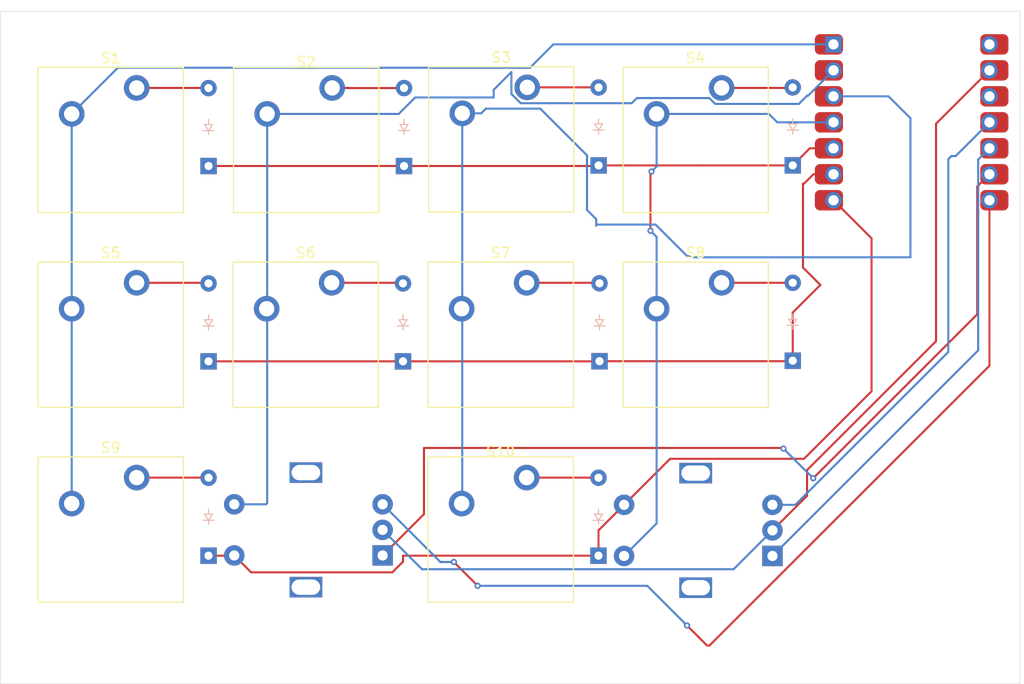
<source format=kicad_pcb>
(kicad_pcb (version 20240108) (generator "pcbnew") (generator_version "8.0")
  (layers (0 "F.Cu" signal) (31 "B.Cu" signal) (34 "B.Paste" user) (35 "F.Paste" user) (36 "B.SilkS" user "B.Silkscreen") (37 "F.SilkS" user "F.Silkscreen") (38 "B.Mask" user) (39 "F.Mask" user) (44 "Edge.Cuts" user))
  (net 0 "")
  (net 1 "row 0")
  (net 2 "Net-(D1-A)")
  (net 3 "Net-(D2-A)")
  (net 4 "Net-(D3-A)")
  (net 5 "Net-(D4-A)")
  (net 6 "row 1")
  (net 7 "Net-(D5-A)")
  (net 8 "Net-(D6-A)")
  (net 9 "Net-(D7-A)")
  (net 10 "row 2")
  (net 11 "Net-(D9-A)")
  (net 12 "column 0")
  (net 13 "column 2")
  (net 14 "column 1")
  (net 17 "Net-(D10-A)")
  (net 18 "Net-(D11-A)")
  (net 19 "column 3")
  (net 20 "GND")
  (net 21 "Rotary 2")
  (net 22 "Rotary 1")
  (net 23 "Rotary 4")
  (net 24 "Rotary 3")
  (footprint "ScottoKeebs_MX:MX_PCB_1.00u" (layer "F.Cu") (at 111.76 114.6175)
    (property "Reference" "S9" (at 0 -8 0) (layer "F.SilkS"))
    (property "Value" "Keyswitch")
    (fp_line (start -7.1 -7.1) (end -7.1 7.1) (stroke (width 0.12)) (layer "F.SilkS"))
    (fp_line (start -7.1 7.1) (end 7.1 7.1) (stroke (width 0.12)) (layer "F.SilkS"))
    (fp_line (start 7.1 -7.1) (end -7.1 -7.1) (stroke (width 0.12)) (layer "F.SilkS"))
    (fp_line (start 7.1 7.1) (end 7.1 -7.1) (stroke (width 0.12)) (layer "F.SilkS"))
    (pad "" np_thru_hole circle (at -5.08 0) (size 1.75 1.75) (drill 1.75) (layers "*.Cu" "*.Mask"))
    (pad "" np_thru_hole circle (at 0 0) (size 4 4) (drill 4) (layers "*.Cu" "*.Mask"))
    (pad "" np_thru_hole circle (at 5.08 0) (size 1.75 1.75) (drill 1.75) (layers "*.Cu" "*.Mask"))
    (pad "1" thru_hole circle (at -3.81 -2.54) (size 2.5 2.5) (drill 1.5) (layers "*.Cu" "*.Mask") (net 12 "column 0"))
    (pad "2" thru_hole circle (at 2.54 -5.08) (size 2.5 2.5) (drill 1.5) (layers "*.Cu" "*.Mask") (net 9 "Net-(D7-A)"))
  )
  (footprint "ScottoKeebs_Scotto:Encoder_EC11_MX" (layer "F.Cu") (at 130.83 114.65 180)
    (property "Reference" "SW2" (hide yes))
    (property "Value" "RotaryEncoder_Switch" (hide yes))
    (pad "A" thru_hole rect (at -7.5 -2.5 180) (size 2 2) (drill 1) (layers "*.Cu" "*.Mask") (net 24 "Rotary 3"))
    (pad "B" thru_hole circle (at -7.5 2.5 180) (size 2 2) (drill 1) (layers "*.Cu" "*.Mask") (net 23 "Rotary 4"))
    (pad "C" thru_hole circle (at -7.5 0 180) (size 2 2) (drill 1) (layers "*.Cu" "*.Mask") (net 20 "GND"))
    (pad "MP" thru_hole rect (at 0 -5.6 180) (size 3.2 2) (drill oval 2.8 1.5) (layers "*.Cu" "*.Mask"))
    (pad "MP" thru_hole rect (at 0 5.6 180) (size 3.2 2) (drill oval 2.8 1.5) (layers "*.Cu" "*.Mask"))
    (pad "S1" thru_hole circle (at 7 2.5 180) (size 2 2) (drill 1) (layers "*.Cu" "*.Mask") (net 14 "column 1"))
    (pad "S2" thru_hole circle (at 7 -2.5 180) (size 2 2) (drill 1) (layers "*.Cu" "*.Mask") (net 10 "row 2"))
  )
  (footprint "ScottoKeebs_Scotto:Encoder_EC11_MX" (layer "F.Cu") (at 168.92 114.7 180)
    (property "Reference" "SW1" (hide yes))
    (property "Value" "RotaryEncoder_Switch" (hide yes))
    (pad "A" thru_hole rect (at -7.5 -2.5 180) (size 2 2) (drill 1) (layers "*.Cu" "*.Mask") (net 21 "Rotary 2"))
    (pad "B" thru_hole circle (at -7.5 2.5 180) (size 2 2) (drill 1) (layers "*.Cu" "*.Mask") (net 22 "Rotary 1"))
    (pad "C" thru_hole circle (at -7.5 0 180) (size 2 2) (drill 1) (layers "*.Cu" "*.Mask") (net 20 "GND"))
    (pad "MP" thru_hole rect (at 0 -5.6 180) (size 3.2 2) (drill oval 2.8 1.5) (layers "*.Cu" "*.Mask"))
    (pad "MP" thru_hole rect (at 0 5.6 180) (size 3.2 2) (drill oval 2.8 1.5) (layers "*.Cu" "*.Mask"))
    (pad "S1" thru_hole circle (at 7 2.5 180) (size 2 2) (drill 1) (layers "*.Cu" "*.Mask") (net 10 "row 2"))
    (pad "S2" thru_hole circle (at 7 -2.5 180) (size 2 2) (drill 1) (layers "*.Cu" "*.Mask") (net 19 "column 3"))
  )
  (footprint "ScottoKeebs_MX:MX_PCB_1.00u" (layer "F.Cu") (at 130.86 76.5175)
    (property "Reference" "S2" (at 0 -7.62 0) (layer "F.SilkS"))
    (property "Value" "Keyswitch")
    (fp_line (start -7.1 -7.1) (end -7.1 7.1) (stroke (width 0.12)) (layer "F.SilkS"))
    (fp_line (start -7.1 7.1) (end 7.1 7.1) (stroke (width 0.12)) (layer "F.SilkS"))
    (fp_line (start 7.1 -7.1) (end -7.1 -7.1) (stroke (width 0.12)) (layer "F.SilkS"))
    (fp_line (start 7.1 7.1) (end 7.1 -7.1) (stroke (width 0.12)) (layer "F.SilkS"))
    (pad "" np_thru_hole circle (at -5.08 0) (size 1.75 1.75) (drill 1.75) (layers "*.Cu" "*.Mask"))
    (pad "" np_thru_hole circle (at 0 0) (size 4 4) (drill 4) (layers "*.Cu" "*.Mask"))
    (pad "" np_thru_hole circle (at 5.08 0) (size 1.75 1.75) (drill 1.75) (layers "*.Cu" "*.Mask"))
    (pad "1" thru_hole circle (at -3.81 -2.54) (size 2.5 2.5) (drill 1.5) (layers "*.Cu" "*.Mask") (net 14 "column 1"))
    (pad "2" thru_hole circle (at 2.54 -5.08) (size 2.5 2.5) (drill 1.5) (layers "*.Cu" "*.Mask") (net 4 "Net-(D3-A)"))
  )
  (footprint "ScottoKeebs_MX:MX_PCB_1.00u" (layer "F.Cu") (at 130.81 95.5675)
    (property "Reference" "S6" (at 0 -8 0) (layer "F.SilkS"))
    (property "Value" "Keyswitch")
    (fp_line (start -7.1 -7.1) (end -7.1 7.1) (stroke (width 0.12)) (layer "F.SilkS"))
    (fp_line (start -7.1 7.1) (end 7.1 7.1) (stroke (width 0.12)) (layer "F.SilkS"))
    (fp_line (start 7.1 -7.1) (end -7.1 -7.1) (stroke (width 0.12)) (layer "F.SilkS"))
    (fp_line (start 7.1 7.1) (end 7.1 -7.1) (stroke (width 0.12)) (layer "F.SilkS"))
    (pad "" np_thru_hole circle (at -5.08 0) (size 1.75 1.75) (drill 1.75) (layers "*.Cu" "*.Mask"))
    (pad "" np_thru_hole circle (at 0 0) (size 4 4) (drill 4) (layers "*.Cu" "*.Mask"))
    (pad "" np_thru_hole circle (at 5.08 0) (size 1.75 1.75) (drill 1.75) (layers "*.Cu" "*.Mask"))
    (pad "1" thru_hole circle (at -3.81 -2.54) (size 2.5 2.5) (drill 1.5) (layers "*.Cu" "*.Mask") (net 14 "column 1"))
    (pad "2" thru_hole circle (at 2.54 -5.08) (size 2.5 2.5) (drill 1.5) (layers "*.Cu" "*.Mask") (net 7 "Net-(D5-A)"))
  )
  (footprint "ScottoKeebs_MX:MX_PCB_1.00u" (layer "F.Cu") (at 149.86 95.5675)
    (property "Reference" "S7" (at 0 -8 0) (layer "F.SilkS"))
    (property "Value" "Keyswitch")
    (fp_line (start -7.1 -7.1) (end -7.1 7.1) (stroke (width 0.12)) (layer "F.SilkS"))
    (fp_line (start -7.1 7.1) (end 7.1 7.1) (stroke (width 0.12)) (layer "F.SilkS"))
    (fp_line (start 7.1 -7.1) (end -7.1 -7.1) (stroke (width 0.12)) (layer "F.SilkS"))
    (fp_line (start 7.1 7.1) (end 7.1 -7.1) (stroke (width 0.12)) (layer "F.SilkS"))
    (pad "" np_thru_hole circle (at -5.08 0) (size 1.75 1.75) (drill 1.75) (layers "*.Cu" "*.Mask"))
    (pad "" np_thru_hole circle (at 0 0) (size 4 4) (drill 4) (layers "*.Cu" "*.Mask"))
    (pad "" np_thru_hole circle (at 5.08 0) (size 1.75 1.75) (drill 1.75) (layers "*.Cu" "*.Mask"))
    (pad "1" thru_hole circle (at -3.81 -2.54) (size 2.5 2.5) (drill 1.5) (layers "*.Cu" "*.Mask") (net 13 "column 2"))
    (pad "2" thru_hole circle (at 2.54 -5.08) (size 2.5 2.5) (drill 1.5) (layers "*.Cu" "*.Mask") (net 8 "Net-(D6-A)"))
  )
  (footprint "ScottoKeebs_MX:MX_PCB_1.00u" (layer "F.Cu") (at 168.91 95.5675)
    (property "Reference" "S8" (at 0 -8 0) (layer "F.SilkS"))
    (property "Value" "Keyswitch")
    (fp_line (start -7.1 -7.1) (end -7.1 7.1) (stroke (width 0.12)) (layer "F.SilkS"))
    (fp_line (start -7.1 7.1) (end 7.1 7.1) (stroke (width 0.12)) (layer "F.SilkS"))
    (fp_line (start 7.1 -7.1) (end -7.1 -7.1) (stroke (width 0.12)) (layer "F.SilkS"))
    (fp_line (start 7.1 7.1) (end 7.1 -7.1) (stroke (width 0.12)) (layer "F.SilkS"))
    (pad "" np_thru_hole circle (at -5.08 0) (size 1.75 1.75) (drill 1.75) (layers "*.Cu" "*.Mask"))
    (pad "" np_thru_hole circle (at 0 0) (size 4 4) (drill 4) (layers "*.Cu" "*.Mask"))
    (pad "" np_thru_hole circle (at 5.08 0) (size 1.75 1.75) (drill 1.75) (layers "*.Cu" "*.Mask"))
    (pad "1" thru_hole circle (at -3.81 -2.54) (size 2.5 2.5) (drill 1.5) (layers "*.Cu" "*.Mask") (net 19 "column 3"))
    (pad "2" thru_hole circle (at 2.54 -5.08) (size 2.5 2.5) (drill 1.5) (layers "*.Cu" "*.Mask") (net 18 "Net-(D11-A)"))
  )
  (footprint "ScottoKeebs_MCU:Seeed_XIAO_RP2040" (layer "F.Cu") (at 190 74.8)
    (property "Reference" "U2" (hide yes))
    (property "Value" "MOUDLE-SEEEDUINO-XIAO")
    (pad "1" smd roundrect (at -8.065 -7.62) (size 2.75 2) (layers "F.Cu" "F.Paste" "F.Mask") (net 12 "column 0"))
    (pad "1" thru_hole rect (at -7.62 -7.62 90) (size 1.6 1.6) (drill 1) (layers "*.Cu" "*.Mask") (net 12 "column 0"))
    (pad "2" smd roundrect (at -8.065 -5.08) (size 2.75 2) (layers "F.Cu" "F.Paste" "F.Mask") (net 14 "column 1"))
    (pad "2" thru_hole circle (at -7.62 -5.08 90) (size 1.6 1.6) (drill 1) (layers "*.Cu" "*.Mask") (net 14 "column 1"))
    (pad "3" smd roundrect (at -8.065 -2.54) (size 2.75 2) (layers "F.Cu" "F.Paste" "F.Mask") (net 13 "column 2"))
    (pad "3" thru_hole circle (at -7.62 -2.54 90) (size 1.6 1.6) (drill 1) (layers "*.Cu" "*.Mask") (net 13 "column 2"))
    (pad "4" smd roundrect (at -8.065 0) (size 2.75 2) (layers "F.Cu" "F.Paste" "F.Mask") (net 19 "column 3"))
    (pad "4" thru_hole circle (at -7.62 0 90) (size 1.6 1.6) (drill 1) (layers "*.Cu" "*.Mask") (net 19 "column 3"))
    (pad "5" smd roundrect (at -8.065 2.54) (size 2.75 2) (layers "F.Cu" "F.Paste" "F.Mask") (net 1 "row 0"))
    (pad "5" thru_hole circle (at -7.62 2.54 90) (size 1.6 1.6) (drill 1) (layers "*.Cu" "*.Mask") (net 1 "row 0"))
    (pad "6" smd roundrect (at -8.065 5.08) (size 2.75 2) (layers "F.Cu" "F.Paste" "F.Mask") (net 6 "row 1"))
    (pad "6" thru_hole circle (at -7.62 5.08 90) (size 1.6 1.6) (drill 1) (layers "*.Cu" "*.Mask") (net 6 "row 1"))
    (pad "7" smd roundrect (at -8.065 7.62) (size 2.75 2) (layers "F.Cu" "F.Paste" "F.Mask") (net 10 "row 2"))
    (pad "7" thru_hole circle (at -7.62 7.62 90) (size 1.6 1.6) (drill 1) (layers "*.Cu" "*.Mask") (net 10 "row 2"))
    (pad "8" thru_hole circle (at 7.62 7.62 90) (size 1.6 1.6) (drill 1) (layers "*.Cu" "*.Mask") (net 23 "Rotary 4"))
    (pad "8" smd roundrect (at 8.1 7.62) (size 2.75 2) (layers "F.Cu" "F.Paste" "F.Mask") (net 23 "Rotary 4"))
    (pad "9" thru_hole circle (at 7.62 5.08 90) (size 1.6 1.6) (drill 1) (layers "*.Cu" "*.Mask") (net 24 "Rotary 3"))
    (pad "9" smd roundrect (at 8.1 5.08) (size 2.75 2) (layers "F.Cu" "F.Paste" "F.Mask") (net 24 "Rotary 3"))
    (pad "10" thru_hole circle (at 7.62 2.54 90) (size 1.6 1.6) (drill 1) (layers "*.Cu" "*.Mask") (net 21 "Rotary 2"))
    (pad "10" smd roundrect (at 8.1 2.54) (size 2.75 2) (layers "F.Cu" "F.Paste" "F.Mask") (net 21 "Rotary 2"))
    (pad "11" thru_hole circle (at 7.62 0 90) (size 1.6 1.6) (drill 1) (layers "*.Cu" "*.Mask") (net 22 "Rotary 1"))
    (pad "11" smd roundrect (at 8.1 0) (size 2.75 2) (layers "F.Cu" "F.Paste" "F.Mask") (net 22 "Rotary 1"))
    (pad "12" thru_hole circle (at 7.62 -2.54 90) (size 1.6 1.6) (drill 1) (layers "*.Cu" "*.Mask"))
    (pad "12" smd roundrect (at 8.1 -2.54) (size 2.75 2) (layers "F.Cu" "F.Paste" "F.Mask"))
    (pad "13" thru_hole circle (at 7.62 -5.08 90) (size 1.6 1.6) (drill 1) (layers "*.Cu" "*.Mask") (net 20 "GND"))
    (pad "13" smd roundrect (at 8.1 -5.08) (size 2.75 2) (layers "F.Cu" "F.Paste" "F.Mask") (net 20 "GND"))
    (pad "14" thru_hole circle (at 7.62 -7.62 90) (size 1.6 1.6) (drill 1) (layers "*.Cu" "*.Mask"))
    (pad "14" smd roundrect (at 8.1 -7.62) (size 2.75 2) (layers "F.Cu" "F.Paste" "F.Mask"))
  )
  (footprint "ScottoKeebs_MX:MX_PCB_1.00u" (layer "F.Cu") (at 149.92125 76.46125)
    (property "Reference" "S3" (at 0 -8 0) (layer "F.SilkS"))
    (property "Value" "Keyswitch")
    (fp_line (start -7.1 -7.1) (end -7.1 7.1) (stroke (width 0.12)) (layer "F.SilkS"))
    (fp_line (start -7.1 7.1) (end 7.1 7.1) (stroke (width 0.12)) (layer "F.SilkS"))
    (fp_line (start 7.1 -7.1) (end -7.1 -7.1) (stroke (width 0.12)) (layer "F.SilkS"))
    (fp_line (start 7.1 7.1) (end 7.1 -7.1) (stroke (width 0.12)) (layer "F.SilkS"))
    (pad "" np_thru_hole circle (at -5.08 0) (size 1.75 1.75) (drill 1.75) (layers "*.Cu" "*.Mask"))
    (pad "" np_thru_hole circle (at 0 0) (size 4 4) (drill 4) (layers "*.Cu" "*.Mask"))
    (pad "" np_thru_hole circle (at 5.08 0) (size 1.75 1.75) (drill 1.75) (layers "*.Cu" "*.Mask"))
    (pad "1" thru_hole circle (at -3.81 -2.54) (size 2.5 2.5) (drill 1.5) (layers "*.Cu" "*.Mask") (net 13 "column 2"))
    (pad "2" thru_hole circle (at 2.54 -5.08) (size 2.5 2.5) (drill 1.5) (layers "*.Cu" "*.Mask") (net 3 "Net-(D2-A)"))
  )
  (footprint "ScottoKeebs_MX:MX_PCB_1.00u" (layer "F.Cu") (at 111.76 95.5675)
    (property "Reference" "S5" (at 0 -8 0) (layer "F.SilkS"))
    (property "Value" "Keyswitch")
    (fp_line (start -7.1 -7.1) (end -7.1 7.1) (stroke (width 0.12)) (layer "F.SilkS"))
    (fp_line (start -7.1 7.1) (end 7.1 7.1) (stroke (width 0.12)) (layer "F.SilkS"))
    (fp_line (start 7.1 -7.1) (end -7.1 -7.1) (stroke (width 0.12)) (layer "F.SilkS"))
    (fp_line (start 7.1 7.1) (end 7.1 -7.1) (stroke (width 0.12)) (layer "F.SilkS"))
    (pad "" np_thru_hole circle (at -5.08 0) (size 1.75 1.75) (drill 1.75) (layers "*.Cu" "*.Mask"))
    (pad "" np_thru_hole circle (at 0 0) (size 4 4) (drill 4) (layers "*.Cu" "*.Mask"))
    (pad "" np_thru_hole circle (at 5.08 0) (size 1.75 1.75) (drill 1.75) (layers "*.Cu" "*.Mask"))
    (pad "1" thru_hole circle (at -3.81 -2.54) (size 2.5 2.5) (drill 1.5) (layers "*.Cu" "*.Mask") (net 12 "column 0"))
    (pad "2" thru_hole circle (at 2.54 -5.08) (size 2.5 2.5) (drill 1.5) (layers "*.Cu" "*.Mask") (net 5 "Net-(D4-A)"))
  )
  (footprint "ScottoKeebs_MX:MX_PCB_1.00u" (layer "F.Cu") (at 168.91 76.5175)
    (property "Reference" "S4" (at 0 -8 0) (layer "F.SilkS"))
    (property "Value" "Keyswitch")
    (fp_line (start -7.1 -7.1) (end -7.1 7.1) (stroke (width 0.12)) (layer "F.SilkS"))
    (fp_line (start -7.1 7.1) (end 7.1 7.1) (stroke (width 0.12)) (layer "F.SilkS"))
    (fp_line (start 7.1 -7.1) (end -7.1 -7.1) (stroke (width 0.12)) (layer "F.SilkS"))
    (fp_line (start 7.1 7.1) (end 7.1 -7.1) (stroke (width 0.12)) (layer "F.SilkS"))
    (pad "" np_thru_hole circle (at -5.08 0) (size 1.75 1.75) (drill 1.75) (layers "*.Cu" "*.Mask"))
    (pad "" np_thru_hole circle (at 0 0) (size 4 4) (drill 4) (layers "*.Cu" "*.Mask"))
    (pad "" np_thru_hole circle (at 5.08 0) (size 1.75 1.75) (drill 1.75) (layers "*.Cu" "*.Mask"))
    (pad "1" thru_hole circle (at -3.81 -2.54) (size 2.5 2.5) (drill 1.5) (layers "*.Cu" "*.Mask") (net 19 "column 3"))
    (pad "2" thru_hole circle (at 2.54 -5.08) (size 2.5 2.5) (drill 1.5) (layers "*.Cu" "*.Mask") (net 17 "Net-(D10-A)"))
  )
  (footprint "ScottoKeebs_MX:MX_PCB_1.00u" (layer "F.Cu") (at 111.76 76.5175)
    (property "Reference" "S1" (at 0 -8 0) (layer "F.SilkS"))
    (property "Value" "Keyswitch")
    (fp_line (start -7.1 -7.1) (end -7.1 7.1) (stroke (width 0.12)) (layer "F.SilkS"))
    (fp_line (start -7.1 7.1) (end 7.1 7.1) (stroke (width 0.12)) (layer "F.SilkS"))
    (fp_line (start 7.1 -7.1) (end -7.1 -7.1) (stroke (width 0.12)) (layer "F.SilkS"))
    (fp_line (start 7.1 7.1) (end 7.1 -7.1) (stroke (width 0.12)) (layer "F.SilkS"))
    (pad "" np_thru_hole circle (at -5.08 0) (size 1.75 1.75) (drill 1.75) (layers "*.Cu" "*.Mask"))
    (pad "" np_thru_hole circle (at 0 0) (size 4 4) (drill 4) (layers "*.Cu" "*.Mask"))
    (pad "" np_thru_hole circle (at 5.08 0) (size 1.75 1.75) (drill 1.75) (layers "*.Cu" "*.Mask"))
    (pad "1" thru_hole circle (at -3.81 -2.54) (size 2.5 2.5) (drill 1.5) (layers "*.Cu" "*.Mask") (net 12 "column 0"))
    (pad "2" thru_hole circle (at 2.54 -5.08) (size 2.5 2.5) (drill 1.5) (layers "*.Cu" "*.Mask") (net 2 "Net-(D1-A)"))
  )
  (footprint "ScottoKeebs_MX:MX_PCB_1.00u" (layer "F.Cu") (at 149.86 114.6175)
    (property "Reference" "S10" (at 0 -7.62 0) (layer "F.SilkS"))
    (property "Value" "Keyswitch")
    (fp_line (start -7.1 -7.1) (end -7.1 7.1) (stroke (width 0.12)) (layer "F.SilkS"))
    (fp_line (start -7.1 7.1) (end 7.1 7.1) (stroke (width 0.12)) (layer "F.SilkS"))
    (fp_line (start 7.1 -7.1) (end -7.1 -7.1) (stroke (width 0.12)) (layer "F.SilkS"))
    (fp_line (start 7.1 7.1) (end 7.1 -7.1) (stroke (width 0.12)) (layer "F.SilkS"))
    (pad "" np_thru_hole circle (at -5.08 0) (size 1.75 1.75) (drill 1.75) (layers "*.Cu" "*.Mask"))
    (pad "" np_thru_hole circle (at 0 0) (size 4 4) (drill 4) (layers "*.Cu" "*.Mask"))
    (pad "" np_thru_hole circle (at 5.08 0) (size 1.75 1.75) (drill 1.75) (layers "*.Cu" "*.Mask"))
    (pad "1" thru_hole circle (at -3.81 -2.54) (size 2.5 2.5) (drill 1.5) (layers "*.Cu" "*.Mask") (net 13 "column 2"))
    (pad "2" thru_hole circle (at 2.54 -5.08) (size 2.5 2.5) (drill 1.5) (layers "*.Cu" "*.Mask") (net 11 "Net-(D9-A)"))
  )
  (footprint "ScottoKeebs_Components:Diode_DO-35" (layer "B.Cu") (at 121.32125 98.17125 90)
    (property "Reference" "D4" (hide yes))
    (property "Value" "Diode" (hide yes))
    (fp_line (start 3.46 -0.55) (end 3.46 0.55) (stroke (width 0.1)) (layer "B.SilkS"))
    (fp_line (start 4.06 -0.4) (end 4.06 0.4) (stroke (width 0.1)) (layer "B.SilkS"))
    (fp_line (start 4.56 0) (end 4.06 0) (stroke (width 0.1)) (layer "B.SilkS"))
    (fp_line (start 3.46 0) (end 4.06 -0.4) (stroke (width 0.1)) (layer "B.SilkS"))
    (fp_line (start 3.46 0) (end 3.06 0) (stroke (width 0.1)) (layer "B.SilkS"))
    (fp_line (start 4.06 0.4) (end 3.46 0) (stroke (width 0.1)) (layer "B.SilkS"))
    (pad "1" thru_hole rect (at 0 0 90) (size 1.6 1.6) (drill 0.8) (layers "*.Cu" "*.Mask") (net 6 "row 1"))
    (pad "2" thru_hole oval (at 7.62 0 90) (size 1.6 1.6) (drill 0.8) (layers "*.Cu" "*.Mask") (net 5 "Net-(D4-A)"))
  )
  (footprint "ScottoKeebs_Components:Diode_DO-35" (layer "B.Cu") (at 178.4 79.01 90)
    (property "Reference" "D10" (hide yes))
    (property "Value" "Diode" (hide yes))
    (fp_line (start 3.46 -0.55) (end 3.46 0.55) (stroke (width 0.1)) (layer "B.SilkS"))
    (fp_line (start 4.06 -0.4) (end 4.06 0.4) (stroke (width 0.1)) (layer "B.SilkS"))
    (fp_line (start 4.56 0) (end 4.06 0) (stroke (width 0.1)) (layer "B.SilkS"))
    (fp_line (start 3.46 0) (end 4.06 -0.4) (stroke (width 0.1)) (layer "B.SilkS"))
    (fp_line (start 3.46 0) (end 3.06 0) (stroke (width 0.1)) (layer "B.SilkS"))
    (fp_line (start 4.06 0.4) (end 3.46 0) (stroke (width 0.1)) (layer "B.SilkS"))
    (pad "1" thru_hole rect (at 0 0 90) (size 1.6 1.6) (drill 0.8) (layers "*.Cu" "*.Mask") (net 1 "row 0"))
    (pad "2" thru_hole oval (at 7.62 0 90) (size 1.6 1.6) (drill 0.8) (layers "*.Cu" "*.Mask") (net 17 "Net-(D10-A)"))
  )
  (footprint "ScottoKeebs_Components:Diode_DO-35" (layer "B.Cu") (at 121.32125 79.07125 90)
    (property "Reference" "D1" (hide yes))
    (property "Value" "Diode" (hide yes))
    (fp_line (start 3.46 -0.55) (end 3.46 0.55) (stroke (width 0.1)) (layer "B.SilkS"))
    (fp_line (start 4.06 -0.4) (end 4.06 0.4) (stroke (width 0.1)) (layer "B.SilkS"))
    (fp_line (start 4.56 0) (end 4.06 0) (stroke (width 0.1)) (layer "B.SilkS"))
    (fp_line (start 3.46 0) (end 4.06 -0.4) (stroke (width 0.1)) (layer "B.SilkS"))
    (fp_line (start 3.46 0) (end 3.06 0) (stroke (width 0.1)) (layer "B.SilkS"))
    (fp_line (start 4.06 0.4) (end 3.46 0) (stroke (width 0.1)) (layer "B.SilkS"))
    (pad "1" thru_hole rect (at 0 0 90) (size 1.6 1.6) (drill 0.8) (layers "*.Cu" "*.Mask") (net 1 "row 0"))
    (pad "2" thru_hole oval (at 7.62 0 90) (size 1.6 1.6) (drill 0.8) (layers "*.Cu" "*.Mask") (net 2 "Net-(D1-A)"))
  )
  (footprint "ScottoKeebs_Components:Diode_DO-35" (layer "B.Cu") (at 178.4 98.11 90)
    (property "Reference" "D11" (hide yes))
    (property "Value" "Diode" (hide yes))
    (fp_line (start 3.46 -0.55) (end 3.46 0.55) (stroke (width 0.1)) (layer "B.SilkS"))
    (fp_line (start 4.06 -0.4) (end 4.06 0.4) (stroke (width 0.1)) (layer "B.SilkS"))
    (fp_line (start 4.56 0) (end 4.06 0) (stroke (width 0.1)) (layer "B.SilkS"))
    (fp_line (start 3.46 0) (end 4.06 -0.4) (stroke (width 0.1)) (layer "B.SilkS"))
    (fp_line (start 3.46 0) (end 3.06 0) (stroke (width 0.1)) (layer "B.SilkS"))
    (fp_line (start 4.06 0.4) (end 3.46 0) (stroke (width 0.1)) (layer "B.SilkS"))
    (pad "1" thru_hole rect (at 0 0 90) (size 1.6 1.6) (drill 0.8) (layers "*.Cu" "*.Mask") (net 6 "row 1"))
    (pad "2" thru_hole oval (at 7.62 0 90) (size 1.6 1.6) (drill 0.8) (layers "*.Cu" "*.Mask") (net 18 "Net-(D11-A)"))
  )
  (footprint "ScottoKeebs_Components:Diode_DO-35" (layer "B.Cu") (at 159.4325 79.015 90)
    (property "Reference" "D2" (hide yes))
    (property "Value" "Diode" (hide yes))
    (fp_line (start 3.46 -0.55) (end 3.46 0.55) (stroke (width 0.1)) (layer "B.SilkS"))
    (fp_line (start 4.06 -0.4) (end 4.06 0.4) (stroke (width 0.1)) (layer "B.SilkS"))
    (fp_line (start 4.56 0) (end 4.06 0) (stroke (width 0.1)) (layer "B.SilkS"))
    (fp_line (start 3.46 0) (end 4.06 -0.4) (stroke (width 0.1)) (layer "B.SilkS"))
    (fp_line (start 3.46 0) (end 3.06 0) (stroke (width 0.1)) (layer "B.SilkS"))
    (fp_line (start 4.06 0.4) (end 3.46 0) (stroke (width 0.1)) (layer "B.SilkS"))
    (pad "1" thru_hole rect (at 0 0 90) (size 1.6 1.6) (drill 0.8) (layers "*.Cu" "*.Mask") (net 1 "row 0"))
    (pad "2" thru_hole oval (at 7.62 0 90) (size 1.6 1.6) (drill 0.8) (layers "*.Cu" "*.Mask") (net 3 "Net-(D2-A)"))
  )
  (footprint "ScottoKeebs_Components:Diode_DO-35" (layer "B.Cu") (at 159.52125 98.16125 90)
    (property "Reference" "D6" (hide yes))
    (property "Value" "Diode" (hide yes))
    (fp_line (start 3.46 -0.55) (end 3.46 0.55) (stroke (width 0.1)) (layer "B.SilkS"))
    (fp_line (start 4.06 -0.4) (end 4.06 0.4) (stroke (width 0.1)) (layer "B.SilkS"))
    (fp_line (start 4.56 0) (end 4.06 0) (stroke (width 0.1)) (layer "B.SilkS"))
    (fp_line (start 3.46 0) (end 4.06 -0.4) (stroke (width 0.1)) (layer "B.SilkS"))
    (fp_line (start 3.46 0) (end 3.06 0) (stroke (width 0.1)) (layer "B.SilkS"))
    (fp_line (start 4.06 0.4) (end 3.46 0) (stroke (width 0.1)) (layer "B.SilkS"))
    (pad "1" thru_hole rect (at 0 0 90) (size 1.6 1.6) (drill 0.8) (layers "*.Cu" "*.Mask") (net 6 "row 1"))
    (pad "2" thru_hole oval (at 7.62 0 90) (size 1.6 1.6) (drill 0.8) (layers "*.Cu" "*.Mask") (net 8 "Net-(D6-A)"))
  )
  (footprint "ScottoKeebs_Components:Diode_DO-35" (layer "B.Cu") (at 121.32125 117.17125 90)
    (property "Reference" "D7" (hide yes))
    (property "Value" "Diode" (hide yes))
    (fp_line (start 3.46 -0.55) (end 3.46 0.55) (stroke (width 0.1)) (layer "B.SilkS"))
    (fp_line (start 4.06 -0.4) (end 4.06 0.4) (stroke (width 0.1)) (layer "B.SilkS"))
    (fp_line (start 4.56 0) (end 4.06 0) (stroke (width 0.1)) (layer "B.SilkS"))
    (fp_line (start 3.46 0) (end 4.06 -0.4) (stroke (width 0.1)) (layer "B.SilkS"))
    (fp_line (start 3.46 0) (end 3.06 0) (stroke (width 0.1)) (layer "B.SilkS"))
    (fp_line (start 4.06 0.4) (end 3.46 0) (stroke (width 0.1)) (layer "B.SilkS"))
    (pad "1" thru_hole rect (at 0 0 90) (size 1.6 1.6) (drill 0.8) (layers "*.Cu" "*.Mask") (net 10 "row 2"))
    (pad "2" thru_hole oval (at 7.62 0 90) (size 1.6 1.6) (drill 0.8) (layers "*.Cu" "*.Mask") (net 9 "Net-(D7-A)"))
  )
  (footprint "ScottoKeebs_Components:Diode_DO-35" (layer "B.Cu") (at 140.42125 79.07125 90)
    (property "Reference" "D3" (hide yes))
    (property "Value" "Diode" (hide yes))
    (fp_line (start 3.46 -0.55) (end 3.46 0.55) (stroke (width 0.1)) (layer "B.SilkS"))
    (fp_line (start 4.06 -0.4) (end 4.06 0.4) (stroke (width 0.1)) (layer "B.SilkS"))
    (fp_line (start 4.56 0) (end 4.06 0) (stroke (width 0.1)) (layer "B.SilkS"))
    (fp_line (start 3.46 0) (end 4.06 -0.4) (stroke (width 0.1)) (layer "B.SilkS"))
    (fp_line (start 3.46 0) (end 3.06 0) (stroke (width 0.1)) (layer "B.SilkS"))
    (fp_line (start 4.06 0.4) (end 3.46 0) (stroke (width 0.1)) (layer "B.SilkS"))
    (pad "1" thru_hole rect (at 0 0 90) (size 1.6 1.6) (drill 0.8) (layers "*.Cu" "*.Mask") (net 1 "row 0"))
    (pad "2" thru_hole oval (at 7.62 0 90) (size 1.6 1.6) (drill 0.8) (layers "*.Cu" "*.Mask") (net 4 "Net-(D3-A)"))
  )
  (footprint "ScottoKeebs_Components:Diode_DO-35" (layer "B.Cu") (at 159.42125 117.17125 90)
    (property "Reference" "D9" (hide yes))
    (property "Value" "Diode" (hide yes))
    (fp_line (start 3.46 -0.55) (end 3.46 0.55) (stroke (width 0.1)) (layer "B.SilkS"))
    (fp_line (start 4.06 -0.4) (end 4.06 0.4) (stroke (width 0.1)) (layer "B.SilkS"))
    (fp_line (start 4.56 0) (end 4.06 0) (stroke (width 0.1)) (layer "B.SilkS"))
    (fp_line (start 3.46 0) (end 4.06 -0.4) (stroke (width 0.1)) (layer "B.SilkS"))
    (fp_line (start 3.46 0) (end 3.06 0) (stroke (width 0.1)) (layer "B.SilkS"))
    (fp_line (start 4.06 0.4) (end 3.46 0) (stroke (width 0.1)) (layer "B.SilkS"))
    (pad "1" thru_hole rect (at 0 0 90) (size 1.6 1.6) (drill 0.8) (layers "*.Cu" "*.Mask") (net 10 "row 2"))
    (pad "2" thru_hole oval (at 7.62 0 90) (size 1.6 1.6) (drill 0.8) (layers "*.Cu" "*.Mask") (net 11 "Net-(D9-A)"))
  )
  (footprint "ScottoKeebs_Components:Diode_DO-35" (layer "B.Cu") (at 140.32125 98.17125 90)
    (property "Reference" "D5" (hide yes))
    (property "Value" "Diode" (hide yes))
    (fp_line (start 3.46 -0.55) (end 3.46 0.55) (stroke (width 0.1)) (layer "B.SilkS"))
    (fp_line (start 4.06 -0.4) (end 4.06 0.4) (stroke (width 0.1)) (layer "B.SilkS"))
    (fp_line (start 4.56 0) (end 4.06 0) (stroke (width 0.1)) (layer "B.SilkS"))
    (fp_line (start 3.46 0) (end 4.06 -0.4) (stroke (width 0.1)) (layer "B.SilkS"))
    (fp_line (start 3.46 0) (end 3.06 0) (stroke (width 0.1)) (layer "B.SilkS"))
    (fp_line (start 4.06 0.4) (end 3.46 0) (stroke (width 0.1)) (layer "B.SilkS"))
    (pad "1" thru_hole rect (at 0 0 90) (size 1.6 1.6) (drill 0.8) (layers "*.Cu" "*.Mask") (net 6 "row 1"))
    (pad "2" thru_hole oval (at 7.62 0 90) (size 1.6 1.6) (drill 0.8) (layers "*.Cu" "*.Mask") (net 7 "Net-(D5-A)"))
  )
  (gr_rect (start 100.97 63.94) (end 200.6 129.71) (stroke (width 0.05)) (fill none) (layer "Edge.Cuts"))
  (segment (start 121.32125 79.07125) (end 159.37625 79.07125) (width 0.2) (layer "F.Cu") (net 1))
  (segment (start 180.07 77.34) (end 182.38 77.34) (width 0.2) (layer "F.Cu") (net 1))
  (segment (start 178.395 79.015) (end 178.4 79.01) (width 0.2) (layer "F.Cu") (net 1))
  (segment (start 178.4 79.01) (end 180.07 77.34) (width 0.2) (layer "F.Cu") (net 1))
  (segment (start 159.37625 79.07125) (end 159.4325 79.015) (width 0.2) (layer "F.Cu") (net 1))
  (segment (start 159.4325 79.015) (end 178.395 79.015) (width 0.2) (layer "F.Cu") (net 1))
  (segment (start 121.3075 71.4375) (end 121.32125 71.45125) (width 0.2) (layer "F.Cu") (net 2))
  (segment (start 114.3 71.4375) (end 121.3075 71.4375) (width 0.2) (layer "F.Cu") (net 2))
  (segment (start 152.46125 71.38125) (end 159.41875 71.38125) (width 0.2) (layer "F.Cu") (net 3))
  (segment (start 159.41875 71.38125) (end 159.4325 71.395) (width 0.2) (layer "F.Cu") (net 3))
  (segment (start 133.4 71.4375) (end 134.9875 71.4375) (width 0.2) (layer "F.Cu") (net 4))
  (segment (start 135.00125 71.45125) (end 140.42125 71.45125) (width 0.2) (layer "F.Cu") (net 4))
  (segment (start 134.9875 71.4375) (end 135.00125 71.45125) (width 0.2) (layer "F.Cu") (net 4))
  (segment (start 121.2575 90.4875) (end 121.32125 90.55125) (width 0.2) (layer "F.Cu") (net 5))
  (segment (start 114.3 90.4875) (end 121.2575 90.4875) (width 0.2) (layer "F.Cu") (net 5))
  (segment (start 159.52125 98.16125) (end 178.34875 98.16125) (width 0.2) (layer "F.Cu") (net 6))
  (segment (start 181.1 90.7) (end 179.4 89) (width 0.2) (layer "F.Cu") (net 6))
  (segment (start 178.4 98.11) (end 178.4 93.4) (width 0.2) (layer "F.Cu") (net 6))
  (segment (start 179.4 80.8) (end 179.5 80.8) (width 0.2) (layer "F.Cu") (net 6))
  (segment (start 179.4 89) (end 179.4 80.8) (width 0.2) (layer "F.Cu") (net 6))
  (segment (start 178.4 93.4) (end 181.1 90.7) (width 0.2) (layer "F.Cu") (net 6))
  (segment (start 121.32125 98.17125) (end 159.51125 98.17125) (width 0.2) (layer "F.Cu") (net 6))
  (segment (start 159.51125 98.17125) (end 159.52125 98.16125) (width 0.2) (layer "F.Cu") (net 6))
  (segment (start 179.5 80.8) (end 180.42 79.88) (width 0.2) (layer "F.Cu") (net 6))
  (segment (start 180.42 79.88) (end 182.38 79.88) (width 0.2) (layer "F.Cu") (net 6))
  (segment (start 178.34875 98.16125) (end 178.4 98.11) (width 0.2) (layer "F.Cu") (net 6))
  (segment (start 133.35 90.4875) (end 140.2575 90.4875) (width 0.2) (layer "F.Cu") (net 7))
  (segment (start 140.2575 90.4875) (end 140.32125 90.55125) (width 0.2) (layer "F.Cu") (net 7))
  (segment (start 152.4 90.4875) (end 159.4675 90.4875) (width 0.2) (layer "F.Cu") (net 8))
  (segment (start 159.4675 90.4875) (end 159.52125 90.54125) (width 0.2) (layer "F.Cu") (net 8))
  (segment (start 121.3075 109.5375) (end 121.32125 109.55125) (width 0.2) (layer "F.Cu") (net 9))
  (segment (start 114.3 109.5375) (end 121.3075 109.5375) (width 0.2) (layer "F.Cu") (net 9))
  (segment (start 123.80875 117.17125) (end 123.83 117.15) (width 0.2) (layer "F.Cu") (net 10))
  (segment (start 179.5 107.7) (end 186.1 101.1) (width 0.2) (layer "F.Cu") (net 10))
  (segment (start 186.1 101.1) (end 186.1 86.14) (width 0.2) (layer "F.Cu") (net 10))
  (segment (start 140.32125 117.17125) (end 159.42125 117.17125) (width 0.2) (layer "F.Cu") (net 10))
  (segment (start 166.42 107.7) (end 179.5 107.7) (width 0.2) (layer "F.Cu") (net 10))
  (segment (start 123.83 117.15) (end 125.48 118.8) (width 0.2) (layer "F.Cu") (net 10))
  (segment (start 161.92 112.2) (end 166.42 107.7) (width 0.2) (layer "F.Cu") (net 10))
  (segment (start 159.42125 114.69875) (end 161.92 112.2) (width 0.2) (layer "F.Cu") (net 10))
  (segment (start 125.48 118.8) (end 139.28 118.8) (width 0.2) (layer "F.Cu") (net 10))
  (segment (start 139.28 118.8) (end 140.32125 117.75875) (width 0.2) (layer "F.Cu") (net 10))
  (segment (start 140.32125 117.75875) (end 140.32125 117.17125) (width 0.2) (layer "F.Cu") (net 10))
  (segment (start 159.42125 117.17125) (end 159.42125 114.69875) (width 0.2) (layer "F.Cu") (net 10))
  (segment (start 186.1 86.14) (end 182.38 82.42) (width 0.2) (layer "F.Cu") (net 10))
  (segment (start 121.32125 117.17125) (end 123.80875 117.17125) (width 0.2) (layer "F.Cu") (net 10))
  (segment (start 159.4075 109.5375) (end 159.42125 109.55125) (width 0.2) (layer "F.Cu") (net 11))
  (segment (start 152.4 109.5375) (end 159.4075 109.5375) (width 0.2) (layer "F.Cu") (net 11))
  (segment (start 152.733282 69.46125) (end 155.014532 67.18) (width 0.2) (layer "B.Cu") (net 12))
  (segment (start 155.014532 67.18) (end 182.38 67.18) (width 0.2) (layer "B.Cu") (net 12))
  (segment (start 107.95 73.9775) (end 112.46625 69.46125) (width 0.2) (layer "B.Cu") (net 12))
  (segment (start 107.95 73.9775) (end 107.95 112.0775) (width 0.2) (layer "B.Cu") (net 12))
  (segment (start 112.46625 69.46125) (end 152.733282 69.46125) (width 0.2) (layer "B.Cu") (net 12))
  (segment (start 153.734133 73.461721) (end 158.3 78.027588) (width 0.2) (layer "B.Cu") (net 13))
  (segment (start 158.3 78.027588) (end 158.3 83.36875) (width 0.2) (layer "B.Cu") (net 13))
  (segment (start 146.11125 73.92125) (end 146.11125 112.01625) (width 0.2) (layer "B.Cu") (net 13))
  (segment (start 159.2 84.9) (end 159.3 84.8) (width 0.2) (layer "B.Cu") (net 13))
  (segment (start 158.3 83.36875) (end 159.2 84.26875) (width 0.2) (layer "B.Cu") (net 13))
  (segment (start 147.962192 73.92125) (end 148.421721 73.461721) (width 0.2) (layer "B.Cu") (net 13))
  (segment (start 168.3 87.9) (end 168.4 88) (width 0.2) (layer "B.Cu") (net 13))
  (segment (start 189.9 88) (end 189.9 74.4) (width 0.2) (layer "B.Cu") (net 13))
  (segment (start 159.2 84.26875) (end 159.2 84.9) (width 0.2) (layer "B.Cu") (net 13))
  (segment (start 146.11125 112.01625) (end 146.05 112.0775) (width 0.2) (layer "B.Cu") (net 13))
  (segment (start 146.11125 73.92125) (end 147.962192 73.92125) (width 0.2) (layer "B.Cu") (net 13))
  (segment (start 165 84.8) (end 168.1 87.9) (width 0.2) (layer "B.Cu") (net 13))
  (segment (start 187.76 72.26) (end 182.38 72.26) (width 0.2) (layer "B.Cu") (net 13))
  (segment (start 168.1 87.9) (end 168.3 87.9) (width 0.2) (layer "B.Cu") (net 13))
  (segment (start 159.3 84.8) (end 165 84.8) (width 0.2) (layer "B.Cu") (net 13))
  (segment (start 189.9 74.4) (end 187.76 72.26) (width 0.2) (layer "B.Cu") (net 13))
  (segment (start 148.421721 73.461721) (end 153.734133 73.461721) (width 0.2) (layer "B.Cu") (net 13))
  (segment (start 168.4 88) (end 189.9 88) (width 0.2) (layer "B.Cu") (net 13))
  (segment (start 179 73) (end 179.8 72.2) (width 0.2) (layer "B.Cu") (net 14))
  (segment (start 162.66875 72.93125) (end 163.1725 72.4275) (width 0.2) (layer "B.Cu") (net 14))
  (segment (start 139.905 73.9775) (end 141.51125 72.37125) (width 0.2) (layer "B.Cu") (net 14))
  (segment (start 163.1725 72.4275) (end 170.247968 72.4275) (width 0.2) (layer "B.Cu") (net 14))
  (segment (start 126.9275 112.15) (end 127.05 112.0275) (width 0.2) (layer "B.Cu") (net 14))
  (segment (start 150.91125 69.88875) (end 150.91125 72.023282) (width 0.2) (layer "B.Cu") (net 14))
  (segment (start 150.91125 72.023282) (end 151.819218 72.93125) (width 0.2) (layer "B.Cu") (net 14))
  (segment (start 170.247968 72.4275) (end 170.820468 73) (width 0.2) (layer "B.Cu") (net 14))
  (segment (start 151.819218 72.93125) (end 162.66875 72.93125) (width 0.2) (layer "B.Cu") (net 14))
  (segment (start 149.178837 71.621163) (end 150.91125 69.88875) (width 0.2) (layer "B.Cu") (net 14))
  (segment (start 149.178837 72.37125) (end 149.178837 71.621163) (width 0.2) (layer "B.Cu") (net 14))
  (segment (start 179.8 72.2) (end 179.9 72.2) (width 0.2) (layer "B.Cu") (net 14))
  (segment (start 127.05 112.0275) (end 127.05 73.9775) (width 0.2) (layer "B.Cu") (net 14))
  (segment (start 141.51125 72.37125) (end 149.178837 72.37125) (width 0.2) (layer "B.Cu") (net 14))
  (segment (start 170.820468 73) (end 179 73) (width 0.2) (layer "B.Cu") (net 14))
  (segment (start 127.05 73.9775) (end 139.905 73.9775) (width 0.2) (layer "B.Cu") (net 14))
  (segment (start 123.83 112.15) (end 126.9275 112.15) (width 0.2) (layer "B.Cu") (net 14))
  (segment (start 179.9 72.2) (end 182.38 69.72) (width 0.2) (layer "B.Cu") (net 14))
  (segment (start 171.45 71.4375) (end 178.3525 71.4375) (width 0.2) (layer "F.Cu") (net 17))
  (segment (start 178.3525 71.4375) (end 178.4 71.39) (width 0.2) (layer "F.Cu") (net 17))
  (segment (start 178.3975 90.4875) (end 178.4 90.49) (width 0.2) (layer "F.Cu") (net 18))
  (segment (start 171.45 90.4875) (end 178.3975 90.4875) (width 0.2) (layer "F.Cu") (net 18))
  (segment (start 164.6 79.615) (end 164.5 79.715) (width 0.2) (layer "F.Cu") (net 19))
  (segment (start 164.5 79.715) (end 164.5 85.4) (width 0.2) (layer "F.Cu") (net 19))
  (via (at 164.6 79.615) (size 0.6) (drill 0.3) (layers "F.Cu" "B.Cu") (net 19))
  (via (at 164.5 85.4) (size 0.6) (drill 0.3) (layers "F.Cu" "B.Cu") (net 19))
  (segment (start 165.1 93.0275) (end 165.1 114.02) (width 0.2) (layer "B.Cu") (net 19))
  (segment (start 176.89 74.8) (end 182.38 74.8) (width 0.2) (layer "B.Cu") (net 19))
  (segment (start 176.0675 73.9775) (end 176.89 74.8) (width 0.2) (layer "B.Cu") (net 19))
  (segment (start 165.1 86) (end 165.1 93.0275) (width 0.2) (layer "B.Cu") (net 19))
  (segment (start 165.1 73.9775) (end 165.1 79.115) (width 0.2) (layer "B.Cu") (net 19))
  (segment (start 165.1 73.9775) (end 176.0675 73.9775) (width 0.2) (layer "B.Cu") (net 19))
  (segment (start 165.1 114.02) (end 161.92 117.2) (width 0.2) (layer "B.Cu") (net 19))
  (segment (start 164.5 85.4) (end 165.1 86) (width 0.2) (layer "B.Cu") (net 19))
  (segment (start 165.1 79.115) (end 164.6 79.615) (width 0.2) (layer "B.Cu") (net 19))
  (segment (start 192.4 96.2) (end 192.4 74.94) (width 0.2) (layer "F.Cu") (net 20))
  (segment (start 179.8 111.32) (end 179.8 108.8) (width 0.2) (layer "F.Cu") (net 20))
  (segment (start 176.42 114.7) (end 179.8 111.32) (width 0.2) (layer "F.Cu") (net 20))
  (segment (start 179.8 108.8) (end 192.4 96.2) (width 0.2) (layer "F.Cu") (net 20))
  (segment (start 192.4 74.94) (end 197.62 69.72) (width 0.2) (layer "F.Cu") (net 20))
  (segment (start 138.33 114.65) (end 142.18 118.5) (width 0.2) (layer "B.Cu") (net 20))
  (segment (start 172.62 118.5) (end 176.42 114.7) (width 0.2) (layer "B.Cu") (net 20))
  (segment (start 142.18 118.5) (end 172.62 118.5) (width 0.2) (layer "B.Cu") (net 20))
  (segment (start 196.52 78.44) (end 197.62 77.34) (width 0.2) (layer "B.Cu") (net 21))
  (segment (start 196.52 97.1) (end 196.52 78.44) (width 0.2) (layer "B.Cu") (net 21))
  (segment (start 176.42 117.2) (end 196.52 97.1) (width 0.2) (layer "B.Cu") (net 21))
  (segment (start 176.42 117.2) (end 176.42 117.21) (width 0.2) (layer "B.Cu") (net 21))
  (segment (start 194.32 78.1) (end 197.62 74.8) (width 0.2) (layer "B.Cu") (net 22))
  (segment (start 193.6 78.4) (end 193.9 78.1) (width 0.2) (layer "B.Cu") (net 22))
  (segment (start 193.9 78.1) (end 194.32 78.1) (width 0.2) (layer "B.Cu") (net 22))
  (segment (start 193.6 97.248529) (end 193.6 78.4) (width 0.2) (layer "B.Cu") (net 22))
  (segment (start 176.42 112.2) (end 178.648529 112.2) (width 0.2) (layer "B.Cu") (net 22))
  (segment (start 178.648529 112.2) (end 193.6 97.248529) (width 0.2) (layer "B.Cu") (net 22))
  (segment (start 197.62 98.6) (end 197.62 82.42) (width 0.2) (layer "F.Cu") (net 23))
  (segment (start 170.26 125.96) (end 197.62 98.6) (width 0.2) (layer "F.Cu") (net 23))
  (segment (start 168.07 124) (end 170.03 125.96) (width 0.2) (layer "F.Cu") (net 23))
  (segment (start 145.29 117.79) (end 147.61 120.11) (width 0.2) (layer "F.Cu") (net 23))
  (segment (start 147.61 120.11) (end 147.61 120.12) (width 0.2) (layer "F.Cu") (net 23))
  (segment (start 170.03 125.96) (end 170.26 125.96) (width 0.2) (layer "F.Cu") (net 23))
  (via (at 147.61 120.12) (size 0.6) (drill 0.3) (layers "F.Cu" "B.Cu") (net 23))
  (via (at 168.07 124) (size 0.6) (drill 0.3) (layers "F.Cu" "B.Cu") (net 23))
  (via (at 145.29 117.79) (size 0.6) (drill 0.3) (layers "F.Cu" "B.Cu") (net 23))
  (segment (start 147.61 120.12) (end 164.19 120.12) (width 0.2) (layer "B.Cu") (net 23))
  (segment (start 164.19 120.12) (end 168.07 124) (width 0.2) (layer "B.Cu") (net 23))
  (segment (start 143.97 117.79) (end 145.29 117.79) (width 0.2) (layer "B.Cu") (net 23))
  (segment (start 138.33 112.15) (end 143.97 117.79) (width 0.2) (layer "B.Cu") (net 23))
  (segment (start 180.4 109.6) (end 196.425 93.575) (width 0.2) (layer "F.Cu") (net 24))
  (segment (start 196.425 81.075) (end 197.62 79.88) (width 0.2) (layer "F.Cu") (net 24))
  (segment (start 196.425 93.575) (end 196.425 81.075) (width 0.2) (layer "F.Cu") (net 24))
  (segment (start 142.37 113.11) (end 142.37 106.64) (width 0.2) (layer "F.Cu") (net 24))
  (segment (start 142.37 106.64) (end 177.43 106.64) (width 0.2) (layer "F.Cu") (net 24))
  (segment (start 138.33 117.15) (end 142.37 113.11) (width 0.2) (layer "F.Cu") (net 24))
  (segment (start 177.43 106.64) (end 177.49 106.7) (width 0.2) (layer "F.Cu") (net 24))
  (via (at 177.49 106.7) (size 0.6) (drill 0.3) (layers "F.Cu" "B.Cu") (net 24))
  (via (at 180.4 109.6) (size 0.6) (drill 0.3) (layers "F.Cu" "B.Cu") (net 24))
  (segment (start 179.94 109.15) (end 179.95 109.15) (width 0.2) (layer "B.Cu") (net 24))
  (segment (start 177.49 106.7) (end 179.94 109.15) (width 0.2) (layer "B.Cu") (net 24))
  (segment (start 179.95 109.15) (end 180.4 109.6) (width 0.2) (layer "B.Cu") (net 24))
)
</source>
